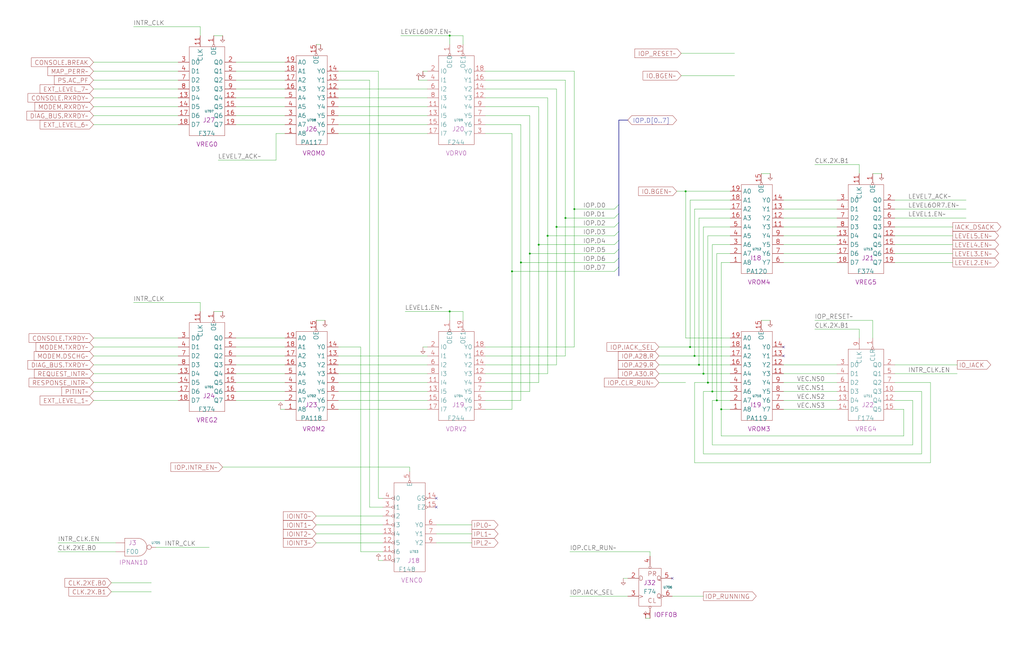
<source format=kicad_sch>
(kicad_sch (version 20230121) (generator eeschema)
  (paper "User" 584.2 378.46)
  (title_block (title "IOP\\nVECTOR GENERATION") (date "22-SEP-90") (rev "2.0") (comment 1 "IOC") (comment 2 "232-003061") (comment 3 "S400") (comment 4 "RELEASED"))
  (lib_symbols
    (symbol "r1000:F00" (pin_numbers hide) (pin_names hide)
      (property "Reference" "U" (at 15.24 0 0))
      (property "Value" "F00" (at 1.905 -5.08 0))
      (property "Location" "___" (at 1.905 0 0))
      (property "Name" "______" (at 2.54 -12.7 0))
      (symbol "F00_0_1"
        (polyline (pts (xy -2.54 -7.62) (xy 5.08 -7.62)) (stroke (width 0.1524)))
        (polyline (pts (xy -2.54 2.54) (xy -2.54 -7.62)) (stroke (width 0.1524)))
        (polyline (pts (xy -2.54 2.54) (xy 5.08 2.54)) (stroke (width 0.1524)))
        (arc (start 5.08 -7.62) (mid 10.1282 -2.54) (end 5.08 2.54) (stroke (width 0.1524)))
        (circle (center 11.43 -2.54) (radius 1.27) (stroke (width 0.1524)))
      )
      (symbol "F00_0_2"
        (circle (center -3.81 -5.08) (radius 1.27) (stroke (width 0.1524)))
        (circle (center -3.81 0) (radius 1.27) (stroke (width 0.1524)))
        (arc (start -3.175 -7.62) (mid -2.134 -2.54) (end -3.175 2.54) (stroke (width 0.1524)))
        (polyline (pts (xy -3.175 -7.62) (xy 3.81 -7.62)) (stroke (width 0.1524)))
        (polyline (pts (xy -3.175 2.54) (xy 3.81 2.54)) (stroke (width 0.1524)))
        (arc (start 3.81 -7.62) (mid 7.5855 -5.8306) (end 10.16 -2.54) (stroke (width 0.1524)))
        (arc (start 10.16 -2.54) (mid 7.5827 0.7471) (end 3.81 2.54) (stroke (width 0.1524)))
      )
      (symbol "F00_1_1"
        (pin input line (at -7.62 0 0) (length 5.08) (name "D0") (number "1"))
        (pin input line (at -7.62 -5.08 0) (length 5.08) (name "D1") (number "2"))
        (pin output line (at 15.24 -2.54 180) (length 2.54) (name "Q") (number "3"))
      )
      (symbol "F00_1_2"
        (pin input line (at -7.62 0 0) (length 2.54) (name "D0") (number "1"))
        (pin input line (at -7.62 -5.08 0) (length 2.54) (name "D1") (number "2"))
        (pin output line (at 15.24 -2.54 180) (length 5.08) (name "Q") (number "3"))
      )
    )
    (symbol "r1000:F148" (pin_names (offset 1.016))
      (property "Reference" "U" (at 2.54 5.08 0))
      (property "Value" "F148" (at -6.35 -5.08 0))
      (property "Location" "___" (at -1.27 0 0))
      (property "Name" "______" (at 1.27 -12.7 0))
      (symbol "F148_1_1"
        (circle (center -9.525 0) (radius 0.635))
        (circle (center -9.525 5.08) (radius 0.635))
        (circle (center -9.525 10.16) (radius 0.635))
        (circle (center -9.525 15.24) (radius 0.635))
        (circle (center -9.525 20.32) (radius 0.635))
        (circle (center -9.525 25.4) (radius 0.635))
        (circle (center -9.525 30.48) (radius 0.635))
        (circle (center -9.525 35.56) (radius 0.635))
        (rectangle (start -8.89 44.45) (end 8.89 -6.35))
        (circle (center 0 45.085) (radius 0.635))
        (circle (center 9.525 30.48) (radius 0.635))
        (circle (center 9.525 35.56) (radius 0.635))
        (pin input line (at -15.24 20.32 0) (length 5.08) (name "I3") (number "1"))
        (pin input line (at -15.24 0 0) (length 5.08) (name "I7") (number "10"))
        (pin input line (at -15.24 5.08 0) (length 5.08) (name "I6") (number "11"))
        (pin input line (at -15.24 10.16 0) (length 5.08) (name "I5") (number "12"))
        (pin input line (at -15.24 15.24 0) (length 5.08) (name "I4") (number "13"))
        (pin output line (at 15.24 35.56 180) (length 5.08) (name "GS") (number "14"))
        (pin output line (at 15.24 30.48 180) (length 5.08) (name "EZ") (number "15"))
        (pin input line (at -15.24 25.4 0) (length 5.08) (name "I2") (number "2"))
        (pin input line (at -15.24 30.48 0) (length 5.08) (name "I1") (number "3"))
        (pin input line (at -15.24 35.56 0) (length 5.08) (name "I0") (number "4"))
        (pin input line (at 0 50.8 270) (length 5.08) (name "E") (number "5"))
        (pin output line (at 15.24 20.32 180) (length 6.35) (name "Y0") (number "6"))
        (pin output line (at 15.24 15.24 180) (length 6.35) (name "Y1") (number "7"))
        (pin output line (at 15.24 10.16 180) (length 6.35) (name "Y2") (number "9"))
      )
    )
    (symbol "r1000:F174" (pin_names (offset 1.016))
      (property "Reference" "U" (at 2.54 5.08 0))
      (property "Value" "F174" (at -3.81 -7.62 0))
      (property "Location" "___" (at -1.27 0 0))
      (property "Name" "______" (at 1.27 -15.24 0))
      (symbol "F174_1_1"
        (rectangle (start -8.89 31.75) (end 11.43 -8.89))
        (circle (center 5.08 32.385) (radius 0.635))
        (pin input line (at 5.08 38.1 270) (length 5.08) (name "CLR") (number "1"))
        (pin output line (at 17.78 7.62 180) (length 6.35) (name "Q3") (number "10"))
        (pin input line (at -15.24 7.62 0) (length 6.35) (name "D3") (number "11"))
        (pin output line (at 17.78 2.54 180) (length 6.35) (name "Q4") (number "12"))
        (pin input line (at -15.24 2.54 0) (length 6.35) (name "D4") (number "13"))
        (pin input line (at -15.24 -2.54 0) (length 6.35) (name "D5") (number "14"))
        (pin output line (at 17.78 -2.54 180) (length 6.35) (name "Q5") (number "15"))
        (pin output line (at 17.78 22.86 180) (length 6.35) (name "Q0") (number "2"))
        (pin input line (at -15.24 22.86 0) (length 6.35) (name "D0") (number "3"))
        (pin input line (at -15.24 17.78 0) (length 6.35) (name "D1") (number "4"))
        (pin output line (at 17.78 17.78 180) (length 6.35) (name "Q1") (number "5"))
        (pin input line (at -15.24 12.7 0) (length 6.35) (name "D2") (number "6"))
        (pin output line (at 17.78 12.7 180) (length 6.35) (name "Q2") (number "7"))
        (pin input line (at -2.54 38.1 270) (length 6.35) (name "CLK") (number "9"))
      )
    )
    (symbol "r1000:F244" (pin_names (offset 1.016))
      (property "Reference" "U" (at 2.54 5.08 0))
      (property "Value" "F244" (at -3.81 -7.62 0))
      (property "Location" "___" (at -1.27 0 0))
      (property "Name" "______" (at 1.27 -15.24 0))
      (symbol "F244_1_1"
        (rectangle (start -8.89 41.91) (end 11.43 -8.89))
        (circle (center -2.54 42.545) (radius 0.635))
        (circle (center 5.08 42.545) (radius 0.635))
        (pin input line (at -2.54 48.26 270) (length 5.08) (name "OE0") (number "1"))
        (pin input line (at -15.24 12.7 0) (length 6.35) (name "I4") (number "11"))
        (pin tri_state line (at 17.78 17.78 180) (length 6.35) (name "Y3") (number "12"))
        (pin input line (at -15.24 7.62 0) (length 6.35) (name "I5") (number "13"))
        (pin tri_state line (at 17.78 22.86 180) (length 6.35) (name "Y2") (number "14"))
        (pin input line (at -15.24 2.54 0) (length 6.35) (name "I6") (number "15"))
        (pin tri_state line (at 17.78 27.94 180) (length 6.35) (name "Y1") (number "16"))
        (pin input line (at -15.24 -2.54 0) (length 6.35) (name "I7") (number "17"))
        (pin tri_state line (at 17.78 33.02 180) (length 6.35) (name "Y0") (number "18"))
        (pin input line (at 5.08 48.26 270) (length 5.08) (name "OE1") (number "19"))
        (pin input line (at -15.24 33.02 0) (length 6.35) (name "I0") (number "2"))
        (pin tri_state line (at 17.78 -2.54 180) (length 6.35) (name "Y7") (number "3"))
        (pin input line (at -15.24 27.94 0) (length 6.35) (name "I1") (number "4"))
        (pin tri_state line (at 17.78 2.54 180) (length 6.35) (name "Y6") (number "5"))
        (pin input line (at -15.24 22.86 0) (length 6.35) (name "I2") (number "6"))
        (pin tri_state line (at 17.78 7.62 180) (length 6.35) (name "Y5") (number "7"))
        (pin input line (at -15.24 17.78 0) (length 6.35) (name "I3") (number "8"))
        (pin tri_state line (at 17.78 12.7 180) (length 6.35) (name "Y4") (number "9"))
      )
    )
    (symbol "r1000:F374" (pin_names (offset 1.016))
      (property "Reference" "U" (at 2.54 5.08 0))
      (property "Value" "F374" (at -3.81 -7.62 0))
      (property "Location" "___" (at -1.27 0 0))
      (property "Name" "______" (at 1.27 -15.24 0))
      (symbol "F374_1_1"
        (rectangle (start -8.89 41.91) (end 11.43 -8.89))
        (circle (center 5.08 42.545) (radius 0.635))
        (pin input line (at 5.08 48.26 270) (length 5.08) (name "OE") (number "1"))
        (pin input line (at -2.54 48.26 270) (length 6.35) (name "CLK") (number "11"))
        (pin tri_state line (at 17.78 12.7 180) (length 6.35) (name "Q4") (number "12"))
        (pin input line (at -15.24 12.7 0) (length 6.35) (name "D4") (number "13"))
        (pin input line (at -15.24 7.62 0) (length 6.35) (name "D5") (number "14"))
        (pin tri_state line (at 17.78 7.62 180) (length 6.35) (name "Q5") (number "15"))
        (pin tri_state line (at 17.78 2.54 180) (length 6.35) (name "Q6") (number "16"))
        (pin input line (at -15.24 2.54 0) (length 6.35) (name "D6") (number "17"))
        (pin input line (at -15.24 -2.54 0) (length 6.35) (name "D7") (number "18"))
        (pin tri_state line (at 17.78 -2.54 180) (length 6.35) (name "Q7") (number "19"))
        (pin tri_state line (at 17.78 33.02 180) (length 6.35) (name "Q0") (number "2"))
        (pin input line (at -15.24 33.02 0) (length 6.35) (name "D0") (number "3"))
        (pin input line (at -15.24 27.94 0) (length 6.35) (name "D1") (number "4"))
        (pin tri_state line (at 17.78 27.94 180) (length 6.35) (name "Q1") (number "5"))
        (pin tri_state line (at 17.78 22.86 180) (length 6.35) (name "Q2") (number "6"))
        (pin input line (at -15.24 22.86 0) (length 6.35) (name "D2") (number "7"))
        (pin input line (at -15.24 17.78 0) (length 6.35) (name "D3") (number "8"))
        (pin tri_state line (at 17.78 17.78 180) (length 6.35) (name "Q3") (number "9"))
      )
    )
    (symbol "r1000:F74" (pin_names (offset 1.016) hide)
      (property "Reference" "U" (at 12.7 -2.54 0))
      (property "Value" "F74" (at -1.27 -5.08 0))
      (property "Location" "___" (at -1.27 0 0))
      (property "Name" "______" (at 11.43 -19.685 0))
      (symbol "F74_0_1"
        (rectangle (start -3.81 8.255) (end 8.89 -13.335) (stroke (width 0.1524)))
        (polyline (pts (xy 2.54 -15.24) (xy 2.54 -14.605)) (stroke (width 0.1524)))
        (polyline (pts (xy 2.54 10.16) (xy 2.54 9.525)) (stroke (width 0.1524)))
      )
      (symbol "F74_1_1"
        (circle (center 2.54 -13.97) (radius 0.635))
        (circle (center 2.54 8.89) (radius 0.635))
        (circle (center 9.525 -7.62) (radius 0.635))
        (text ">" (at -2.54 -7.62 0) (effects (font (size 2.54 2.54))))
        (text "C" (at 2.54 -10.16 0) (effects (font (size 2.54 2.54))))
        (text "D" (at -2.54 2.54 0) (effects (font (size 2.54 2.54))))
        (text "L" (at 5.08 -10.16 0) (effects (font (size 2.54 2.54))))
        (text "P" (at 2.54 5.08 0) (effects (font (size 2.54 2.54))))
        (text "Q" (at 7.62 -7.62 0) (effects (font (size 2.54 2.54))))
        (text "Q" (at 7.62 2.54 0) (effects (font (size 2.54 2.54))))
        (text "R" (at 5.08 5.08 0) (effects (font (size 2.54 2.54))))
        (pin input line (at 2.54 -20.32 90) (length 5.08) (name "CL_") (number "1"))
        (pin input line (at -10.16 2.54 0) (length 6.35) (name "D") (number "2"))
        (pin input line (at -10.16 -7.62 0) (length 6.35) (name "CLK") (number "3"))
        (pin input line (at 2.54 15.24 270) (length 5.08) (name "PR_") (number "4"))
        (pin output line (at 15.24 2.54 180) (length 6.35) (name "Q") (number "5"))
        (pin output line (at 15.24 -7.62 180) (length 5.08) (name "Q_") (number "6"))
      )
    )
    (symbol "r1000:PAxxx" (pin_names (offset 1.016))
      (property "Reference" "U" (at 2.54 5.08 0))
      (property "Value" "PAxxx" (at -3.81 -7.62 0))
      (property "Location" "___" (at -1.27 0 0))
      (property "Name" "______" (at 3.81 -15.24 0))
      (symbol "PAxxx_1_1"
        (rectangle (start -6.35 41.91) (end 11.43 -8.89))
        (circle (center 5.08 42.545) (radius 0.635))
        (pin input line (at -12.7 -2.54 0) (length 6.35) (name "A8") (number "1"))
        (pin tri_state line (at 17.78 17.78 180) (length 6.35) (name "Y3") (number "11"))
        (pin tri_state line (at 17.78 22.86 180) (length 6.35) (name "Y2") (number "12"))
        (pin tri_state line (at 17.78 27.94 180) (length 6.35) (name "Y1") (number "13"))
        (pin tri_state line (at 17.78 33.02 180) (length 6.35) (name "Y0") (number "14"))
        (pin input line (at 5.08 48.26 270) (length 5.08) (name "OE") (number "15"))
        (pin input line (at -12.7 22.86 0) (length 6.35) (name "A3") (number "16"))
        (pin input line (at -12.7 27.94 0) (length 6.35) (name "A2") (number "17"))
        (pin input line (at -12.7 33.02 0) (length 6.35) (name "A1") (number "18"))
        (pin input line (at -12.7 38.1 0) (length 6.35) (name "A0") (number "19"))
        (pin input line (at -12.7 2.54 0) (length 6.35) (name "A7") (number "2"))
        (pin input line (at -12.7 7.62 0) (length 6.35) (name "A6") (number "3"))
        (pin input line (at -12.7 12.7 0) (length 6.35) (name "A5") (number "4"))
        (pin input line (at -12.7 17.78 0) (length 6.35) (name "A4") (number "5"))
        (pin tri_state line (at 17.78 -2.54 180) (length 6.35) (name "Y7") (number "6"))
        (pin tri_state line (at 17.78 2.54 180) (length 6.35) (name "Y6") (number "7"))
        (pin tri_state line (at 17.78 7.62 180) (length 6.35) (name "Y5") (number "8"))
        (pin tri_state line (at 17.78 12.7 180) (length 6.35) (name "Y4") (number "9"))
      )
    )
    (symbol "r1000:PD" (power) (pin_numbers hide) (pin_names hide) (in_bom no)
      (symbol "PD_0_1"
        (polyline (pts (xy 0 -2.54) (xy 1.27 -2.54) (xy 0 -3.81) (xy -1.27 -2.54) (xy 0 -2.54)) (stroke (width 0.1524)))
      )
      (symbol "PD_1_1"
        (pin power_in line (at 0 0 270) (length 2.54) (name "PD") (number "1"))
      )
    )
    (symbol "r1000:PU" (power) (pin_numbers hide) (pin_names hide)
      (symbol "PU_0_1"
        (polyline (pts (xy 0 2.54) (xy -1.27 2.54) (xy 0 3.81) (xy 1.27 2.54) (xy 0 2.54)) (stroke (width 0.1524)))
      )
      (symbol "PU_1_1"
        (pin power_in line (at 0 0 90) (length 2.54) (name "PU") (number "1"))
      )
    )
  )
  (junction (at 256.54 177.8))
  (junction (at 396.24 203.2))
  (junction (at 401.32 213.36))
  (junction (at 297.18 149.86))
  (junction (at 322.58 124.46))
  (junction (at 403.86 218.44))
  (junction (at 307.34 139.7))
  (junction (at 406.4 223.52))
  (junction (at 398.78 208.28))
  (junction (at 302.26 144.78))
  (junction (at 327.66 119.38))
  (junction (at 408.94 228.6))
  (junction (at 256.54 20.32))
  (junction (at 411.48 233.68))
  (junction (at 317.5 129.54))
  (junction (at 391.16 109.22))
  (junction (at 312.42 134.62))
  (junction (at 292.1 154.94))
  (junction (at 393.7 198.12))
  (no_connect (at 447.04 198.12))
  (no_connect (at 248.92 284.48))
  (no_connect (at 248.92 289.56))
  (no_connect (at 447.04 203.2))
  (no_connect (at 383.54 330.2))
  (bus_entry (at 353.06 147.32) (size -2.54 2.54))
  (bus_entry (at 353.06 116.84) (size -2.54 2.54))
  (bus_entry (at 353.06 142.24) (size -2.54 2.54))
  (bus_entry (at 353.06 127) (size -2.54 2.54))
  (bus_entry (at 353.06 121.92) (size -2.54 2.54))
  (bus_entry (at 353.06 132.08) (size -2.54 2.54))
  (bus_entry (at 353.06 137.16) (size -2.54 2.54))
  (bus_entry (at 353.06 152.4) (size -2.54 2.54))
  (wire (pts (xy 510.54 124.46) (xy 551.18 124.46)))
  (wire (pts (xy 447.04 139.7) (xy 477.52 139.7)))
  (wire (pts (xy 406.4 254) (xy 406.4 228.6)))
  (wire (pts (xy 33.02 314.96) (xy 66.04 314.96)))
  (bus (pts (xy 353.06 142.24) (xy 353.06 147.32)))
  (wire (pts (xy 510.54 213.36) (xy 546.1 213.36)))
  (wire (pts (xy 256.54 177.8) (xy 256.54 182.88)))
  (wire (pts (xy 134.62 66.04) (xy 162.56 66.04)))
  (wire (pts (xy 510.54 134.62) (xy 543.56 134.62)))
  (wire (pts (xy 447.04 149.86) (xy 477.52 149.86)))
  (wire (pts (xy 210.82 289.56) (xy 218.44 289.56)))
  (wire (pts (xy 510.54 114.3) (xy 551.18 114.3)))
  (wire (pts (xy 510.54 129.54) (xy 543.56 129.54)))
  (wire (pts (xy 193.04 45.72) (xy 210.82 45.72)))
  (wire (pts (xy 317.5 208.28) (xy 317.5 129.54)))
  (wire (pts (xy 327.66 198.12) (xy 327.66 119.38)))
  (wire (pts (xy 434.34 182.88) (xy 439.42 182.88)))
  (bus (pts (xy 353.06 121.92) (xy 353.06 127)))
  (wire (pts (xy 447.04 233.68) (xy 477.52 233.68)))
  (wire (pts (xy 134.62 223.52) (xy 162.56 223.52)))
  (wire (pts (xy 391.16 109.22) (xy 416.56 109.22)))
  (wire (pts (xy 375.92 218.44) (xy 391.16 218.44)))
  (wire (pts (xy 388.62 43.18) (xy 419.1 43.18)))
  (wire (pts (xy 396.24 119.38) (xy 396.24 203.2)))
  (wire (pts (xy 53.34 193.04) (xy 101.6 193.04)))
  (wire (pts (xy 297.18 228.6) (xy 297.18 149.86)))
  (wire (pts (xy 447.04 218.44) (xy 477.52 218.44)))
  (wire (pts (xy 248.92 299.72) (xy 269.24 299.72)))
  (wire (pts (xy 327.66 40.64) (xy 327.66 119.38)))
  (wire (pts (xy 510.54 149.86) (xy 543.56 149.86)))
  (wire (pts (xy 180.34 294.64) (xy 218.44 294.64)))
  (wire (pts (xy 231.14 177.8) (xy 256.54 177.8)))
  (wire (pts (xy 53.34 66.04) (xy 101.6 66.04)))
  (wire (pts (xy 76.2 15.24) (xy 114.3 15.24)))
  (wire (pts (xy 88.9 312.42) (xy 119.38 312.42)))
  (wire (pts (xy 53.34 50.8) (xy 101.6 50.8)))
  (wire (pts (xy 447.04 114.3) (xy 477.52 114.3)))
  (wire (pts (xy 350.52 144.78) (xy 302.26 144.78)))
  (wire (pts (xy 193.04 228.6) (xy 243.84 228.6)))
  (wire (pts (xy 134.62 55.88) (xy 162.56 55.88)))
  (wire (pts (xy 193.04 203.2) (xy 243.84 203.2)))
  (wire (pts (xy 391.16 109.22) (xy 391.16 193.04)))
  (wire (pts (xy 134.62 213.36) (xy 162.56 213.36)))
  (wire (pts (xy 408.94 144.78) (xy 416.56 144.78)))
  (wire (pts (xy 297.18 71.12) (xy 297.18 149.86)))
  (wire (pts (xy 193.04 66.04) (xy 243.84 66.04)))
  (wire (pts (xy 355.6 330.2) (xy 358.14 330.2)))
  (wire (pts (xy 307.34 60.96) (xy 307.34 139.7)))
  (wire (pts (xy 447.04 129.54) (xy 477.52 129.54)))
  (bus (pts (xy 353.06 137.16) (xy 353.06 142.24)))
  (wire (pts (xy 53.34 40.64) (xy 101.6 40.64)))
  (wire (pts (xy 53.34 198.12) (xy 101.6 198.12)))
  (wire (pts (xy 276.86 218.44) (xy 307.34 218.44)))
  (wire (pts (xy 312.42 134.62) (xy 312.42 55.88)))
  (bus (pts (xy 353.06 132.08) (xy 353.06 137.16)))
  (wire (pts (xy 464.82 93.98) (xy 490.22 93.98)))
  (wire (pts (xy 157.48 91.44) (xy 157.48 76.2)))
  (wire (pts (xy 76.2 172.72) (xy 114.3 172.72)))
  (wire (pts (xy 180.34 25.4) (xy 182.88 25.4)))
  (wire (pts (xy 530.86 264.16) (xy 396.24 264.16)))
  (wire (pts (xy 447.04 213.36) (xy 477.52 213.36)))
  (wire (pts (xy 134.62 71.12) (xy 162.56 71.12)))
  (wire (pts (xy 383.54 340.36) (xy 401.32 340.36)))
  (wire (pts (xy 302.26 144.78) (xy 302.26 223.52)))
  (wire (pts (xy 121.92 20.32) (xy 127 20.32)))
  (wire (pts (xy 276.86 55.88) (xy 312.42 55.88)))
  (wire (pts (xy 276.86 208.28) (xy 317.5 208.28)))
  (wire (pts (xy 256.54 20.32) (xy 264.16 20.32)))
  (bus (pts (xy 353.06 68.58) (xy 358.14 68.58)))
  (wire (pts (xy 193.04 55.88) (xy 243.84 55.88)))
  (wire (pts (xy 193.04 233.68) (xy 243.84 233.68)))
  (wire (pts (xy 276.86 50.8) (xy 317.5 50.8)))
  (wire (pts (xy 447.04 208.28) (xy 477.52 208.28)))
  (wire (pts (xy 193.04 50.8) (xy 243.84 50.8)))
  (wire (pts (xy 398.78 124.46) (xy 416.56 124.46)))
  (wire (pts (xy 264.16 177.8) (xy 264.16 182.88)))
  (wire (pts (xy 403.86 218.44) (xy 416.56 218.44)))
  (wire (pts (xy 403.86 218.44) (xy 403.86 134.62)))
  (wire (pts (xy 53.34 35.56) (xy 101.6 35.56)))
  (wire (pts (xy 63.5 332.74) (xy 86.36 332.74)))
  (wire (pts (xy 411.48 248.92) (xy 411.48 233.68)))
  (wire (pts (xy 416.56 114.3) (xy 393.7 114.3)))
  (bus (pts (xy 353.06 68.58) (xy 353.06 116.84)))
  (wire (pts (xy 447.04 144.78) (xy 477.52 144.78)))
  (wire (pts (xy 180.34 182.88) (xy 185.42 182.88)))
  (wire (pts (xy 276.86 60.96) (xy 307.34 60.96)))
  (wire (pts (xy 510.54 119.38) (xy 551.18 119.38)))
  (wire (pts (xy 401.32 129.54) (xy 401.32 213.36)))
  (wire (pts (xy 134.62 35.56) (xy 162.56 35.56)))
  (wire (pts (xy 510.54 223.52) (xy 525.78 223.52)))
  (wire (pts (xy 350.52 134.62) (xy 312.42 134.62)))
  (wire (pts (xy 307.34 218.44) (xy 307.34 139.7)))
  (wire (pts (xy 322.58 45.72) (xy 276.86 45.72)))
  (wire (pts (xy 63.5 337.82) (xy 86.36 337.82)))
  (wire (pts (xy 233.68 266.7) (xy 233.68 269.24)))
  (wire (pts (xy 322.58 124.46) (xy 322.58 203.2)))
  (wire (pts (xy 134.62 203.2) (xy 162.56 203.2)))
  (wire (pts (xy 375.92 208.28) (xy 398.78 208.28)))
  (wire (pts (xy 396.24 218.44) (xy 403.86 218.44)))
  (wire (pts (xy 447.04 124.46) (xy 477.52 124.46)))
  (wire (pts (xy 350.52 124.46) (xy 322.58 124.46)))
  (wire (pts (xy 297.18 149.86) (xy 350.52 149.86)))
  (wire (pts (xy 180.34 309.88) (xy 218.44 309.88)))
  (wire (pts (xy 292.1 233.68) (xy 276.86 233.68)))
  (wire (pts (xy 248.92 304.8) (xy 269.24 304.8)))
  (wire (pts (xy 53.34 203.2) (xy 101.6 203.2)))
  (wire (pts (xy 121.92 177.8) (xy 127 177.8)))
  (wire (pts (xy 134.62 218.44) (xy 162.56 218.44)))
  (wire (pts (xy 520.7 254) (xy 406.4 254)))
  (wire (pts (xy 127 266.7) (xy 233.68 266.7)))
  (wire (pts (xy 398.78 208.28) (xy 416.56 208.28)))
  (wire (pts (xy 312.42 134.62) (xy 312.42 213.36)))
  (wire (pts (xy 396.24 264.16) (xy 396.24 218.44)))
  (wire (pts (xy 317.5 129.54) (xy 350.52 129.54)))
  (wire (pts (xy 134.62 40.64) (xy 162.56 40.64)))
  (wire (pts (xy 205.74 198.12) (xy 205.74 314.96)))
  (wire (pts (xy 53.34 55.88) (xy 101.6 55.88)))
  (wire (pts (xy 317.5 50.8) (xy 317.5 129.54)))
  (wire (pts (xy 302.26 66.04) (xy 276.86 66.04)))
  (wire (pts (xy 180.34 304.8) (xy 218.44 304.8)))
  (wire (pts (xy 411.48 233.68) (xy 416.56 233.68)))
  (wire (pts (xy 134.62 198.12) (xy 162.56 198.12)))
  (wire (pts (xy 292.1 76.2) (xy 276.86 76.2)))
  (wire (pts (xy 403.86 134.62) (xy 416.56 134.62)))
  (wire (pts (xy 302.26 223.52) (xy 276.86 223.52)))
  (wire (pts (xy 241.3 198.12) (xy 243.84 198.12)))
  (wire (pts (xy 215.9 320.04) (xy 218.44 320.04)))
  (wire (pts (xy 401.32 213.36) (xy 416.56 213.36)))
  (wire (pts (xy 193.04 198.12) (xy 205.74 198.12)))
  (wire (pts (xy 53.34 228.6) (xy 101.6 228.6)))
  (wire (pts (xy 525.78 223.52) (xy 525.78 259.08)))
  (wire (pts (xy 53.34 223.52) (xy 101.6 223.52)))
  (wire (pts (xy 398.78 208.28) (xy 398.78 124.46)))
  (wire (pts (xy 325.12 340.36) (xy 358.14 340.36)))
  (wire (pts (xy 325.12 314.96) (xy 370.84 314.96)))
  (wire (pts (xy 515.62 248.92) (xy 411.48 248.92)))
  (wire (pts (xy 447.04 223.52) (xy 477.52 223.52)))
  (wire (pts (xy 510.54 228.6) (xy 520.7 228.6)))
  (wire (pts (xy 193.04 208.28) (xy 243.84 208.28)))
  (wire (pts (xy 241.3 40.64) (xy 243.84 40.64)))
  (wire (pts (xy 510.54 144.78) (xy 543.56 144.78)))
  (wire (pts (xy 490.22 93.98) (xy 490.22 99.06)))
  (wire (pts (xy 411.48 149.86) (xy 411.48 233.68)))
  (wire (pts (xy 406.4 228.6) (xy 408.94 228.6)))
  (wire (pts (xy 370.84 314.96) (xy 370.84 317.5)))
  (wire (pts (xy 264.16 20.32) (xy 264.16 25.4)))
  (wire (pts (xy 416.56 139.7) (xy 406.4 139.7)))
  (wire (pts (xy 312.42 213.36) (xy 276.86 213.36)))
  (wire (pts (xy 396.24 203.2) (xy 416.56 203.2)))
  (wire (pts (xy 408.94 228.6) (xy 416.56 228.6)))
  (wire (pts (xy 302.26 144.78) (xy 302.26 66.04)))
  (wire (pts (xy 408.94 228.6) (xy 408.94 144.78)))
  (wire (pts (xy 393.7 114.3) (xy 393.7 198.12)))
  (wire (pts (xy 515.62 233.68) (xy 515.62 248.92)))
  (bus (pts (xy 353.06 152.4) (xy 353.06 157.48)))
  (wire (pts (xy 416.56 149.86) (xy 411.48 149.86)))
  (wire (pts (xy 193.04 71.12) (xy 243.84 71.12)))
  (wire (pts (xy 322.58 203.2) (xy 276.86 203.2)))
  (wire (pts (xy 193.04 213.36) (xy 243.84 213.36)))
  (wire (pts (xy 464.82 187.96) (xy 490.22 187.96)))
  (wire (pts (xy 53.34 71.12) (xy 101.6 71.12)))
  (wire (pts (xy 193.04 76.2) (xy 243.84 76.2)))
  (wire (pts (xy 510.54 139.7) (xy 543.56 139.7)))
  (wire (pts (xy 391.16 193.04) (xy 416.56 193.04)))
  (wire (pts (xy 307.34 139.7) (xy 350.52 139.7)))
  (wire (pts (xy 350.52 154.94) (xy 292.1 154.94)))
  (wire (pts (xy 434.34 99.06) (xy 439.42 99.06)))
  (wire (pts (xy 276.86 71.12) (xy 297.18 71.12)))
  (wire (pts (xy 525.78 259.08) (xy 401.32 259.08)))
  (wire (pts (xy 292.1 154.94) (xy 292.1 76.2)))
  (wire (pts (xy 388.62 30.48) (xy 419.1 30.48)))
  (wire (pts (xy 416.56 119.38) (xy 396.24 119.38)))
  (wire (pts (xy 375.92 213.36) (xy 401.32 213.36)))
  (wire (pts (xy 134.62 45.72) (xy 162.56 45.72)))
  (wire (pts (xy 180.34 299.72) (xy 218.44 299.72)))
  (wire (pts (xy 114.3 172.72) (xy 114.3 177.8)))
  (wire (pts (xy 393.7 198.12) (xy 416.56 198.12)))
  (wire (pts (xy 447.04 134.62) (xy 477.52 134.62)))
  (wire (pts (xy 276.86 198.12) (xy 327.66 198.12)))
  (wire (pts (xy 401.32 259.08) (xy 401.32 223.52)))
  (wire (pts (xy 134.62 228.6) (xy 162.56 228.6)))
  (wire (pts (xy 210.82 45.72) (xy 210.82 289.56)))
  (wire (pts (xy 375.92 198.12) (xy 393.7 198.12)))
  (wire (pts (xy 510.54 208.28) (xy 546.1 208.28)))
  (wire (pts (xy 406.4 139.7) (xy 406.4 223.52)))
  (wire (pts (xy 228.6 20.32) (xy 256.54 20.32)))
  (wire (pts (xy 53.34 45.72) (xy 101.6 45.72)))
  (wire (pts (xy 53.34 213.36) (xy 101.6 213.36)))
  (wire (pts (xy 401.32 223.52) (xy 406.4 223.52)))
  (wire (pts (xy 520.7 228.6) (xy 520.7 254)))
  (wire (pts (xy 215.9 40.64) (xy 215.9 284.48)))
  (wire (pts (xy 33.02 309.88) (xy 66.04 309.88)))
  (wire (pts (xy 53.34 208.28) (xy 101.6 208.28)))
  (wire (pts (xy 256.54 20.32) (xy 256.54 25.4)))
  (bus (pts (xy 353.06 116.84) (xy 353.06 121.92)))
  (wire (pts (xy 157.48 76.2) (xy 162.56 76.2)))
  (bus (pts (xy 353.06 127) (xy 353.06 132.08)))
  (wire (pts (xy 53.34 218.44) (xy 101.6 218.44)))
  (wire (pts (xy 497.84 99.06) (xy 502.92 99.06)))
  (wire (pts (xy 193.04 40.64) (xy 215.9 40.64)))
  (wire (pts (xy 497.84 182.88) (xy 497.84 193.04)))
  (wire (pts (xy 193.04 218.44) (xy 243.84 218.44)))
  (wire (pts (xy 193.04 223.52) (xy 243.84 223.52)))
  (wire (pts (xy 134.62 60.96) (xy 162.56 60.96)))
  (wire (pts (xy 215.9 284.48) (xy 218.44 284.48)))
  (wire (pts (xy 510.54 218.44) (xy 530.86 218.44)))
  (wire (pts (xy 447.04 228.6) (xy 477.52 228.6)))
  (wire (pts (xy 292.1 154.94) (xy 292.1 233.68)))
  (wire (pts (xy 193.04 60.96) (xy 243.84 60.96)))
  (wire (pts (xy 530.86 218.44) (xy 530.86 264.16)))
  (wire (pts (xy 276.86 40.64) (xy 327.66 40.64)))
  (wire (pts (xy 124.46 91.44) (xy 157.48 91.44)))
  (wire (pts (xy 53.34 60.96) (xy 101.6 60.96)))
  (wire (pts (xy 447.04 119.38) (xy 477.52 119.38)))
  (wire (pts (xy 386.08 109.22) (xy 391.16 109.22)))
  (wire (pts (xy 406.4 223.52) (xy 416.56 223.52)))
  (wire (pts (xy 276.86 228.6) (xy 297.18 228.6)))
  (wire (pts (xy 134.62 193.04) (xy 162.56 193.04)))
  (wire (pts (xy 205.74 314.96) (xy 218.44 314.96)))
  (wire (pts (xy 368.3 353.06) (xy 370.84 353.06)))
  (wire (pts (xy 327.66 119.38) (xy 350.52 119.38)))
  (wire (pts (xy 322.58 124.46) (xy 322.58 45.72)))
  (wire (pts (xy 248.92 309.88) (xy 269.24 309.88)))
  (wire (pts (xy 134.62 50.8) (xy 162.56 50.8)))
  (wire (pts (xy 510.54 233.68) (xy 515.62 233.68)))
  (wire (pts (xy 160.02 233.68) (xy 162.56 233.68)))
  (wire (pts (xy 114.3 15.24) (xy 114.3 20.32)))
  (wire (pts (xy 238.76 45.72) (xy 243.84 45.72)))
  (wire (pts (xy 256.54 177.8) (xy 264.16 177.8)))
  (wire (pts (xy 416.56 129.54) (xy 401.32 129.54)))
  (wire (pts (xy 134.62 208.28) (xy 162.56 208.28)))
  (wire (pts (xy 490.22 187.96) (xy 490.22 193.04)))
  (wire (pts (xy 464.82 182.88) (xy 497.84 182.88)))
  (bus (pts (xy 353.06 147.32) (xy 353.06 152.4)))
  (wire (pts (xy 375.92 203.2) (xy 396.24 203.2)))
  (label "VEC.NS2" (at 454.66 228.6 0) (effects (font (size 2.54 2.54))))
  (label "INTR_CLK" (at 93.98 312.42 0) (effects (font (size 2.54 2.54))))
  (label "CLK.2X.B1" (at 464.82 93.98 0) (effects (font (size 2.54 2.54))))
  (label "IOP.D3" (at 332.74 134.62 0) (effects (font (size 2.54 2.54))))
  (label "INTR_CLK" (at 76.2 172.72 0) (effects (font (size 2.54 2.54))))
  (label "INTR_CLK" (at 76.2 15.24 0) (effects (font (size 2.54 2.54))))
  (label "LEVEL7_ACK~" (at 124.46 91.44 0) (effects (font (size 2.54 2.54))))
  (label "LEVEL1.EN~" (at 518.16 124.46 0) (effects (font (size 2.54 2.54))))
  (label "LEVEL6OR7.EN~" (at 518.16 119.38 0) (effects (font (size 2.54 2.54))))
  (label "VEC.NS1" (at 454.66 223.52 0) (effects (font (size 2.54 2.54))))
  (label "VEC.NS3" (at 454.66 233.68 0) (effects (font (size 2.54 2.54))))
  (label "IOP.D2" (at 332.74 129.54 0) (effects (font (size 2.54 2.54))))
  (label "IOP.IACK_SEL" (at 325.12 340.36 0) (effects (font (size 2.54 2.54))))
  (label "IOP_RESET~" (at 464.82 182.88 0) (effects (font (size 2.54 2.54))))
  (label "LEVEL7_ACK~" (at 518.16 114.3 0) (effects (font (size 2.54 2.54))))
  (label "IOP.D4" (at 332.74 139.7 0) (effects (font (size 2.54 2.54))))
  (label "INTR_CLK.EN" (at 33.02 309.88 0) (effects (font (size 2.54 2.54))))
  (label "LEVEL1.EN~" (at 231.14 177.8 0) (effects (font (size 2.54 2.54))))
  (label "INTR_CLK.EN" (at 518.16 213.36 0) (effects (font (size 2.54 2.54))))
  (label "LEVEL6OR7.EN~" (at 228.6 20.32 0) (effects (font (size 2.54 2.54))))
  (label "VEC.NS0" (at 454.66 218.44 0) (effects (font (size 2.54 2.54))))
  (label "CLK.2X.B1" (at 464.82 187.96 0) (effects (font (size 2.54 2.54))))
  (label "IOP.D7" (at 332.74 154.94 0) (effects (font (size 2.54 2.54))))
  (label "IOP.D0" (at 332.74 119.38 0) (effects (font (size 2.54 2.54))))
  (label "CLK.2XE.B0" (at 33.02 314.96 0) (effects (font (size 2.54 2.54))))
  (label "IOP.CLR_RUN~" (at 325.12 314.96 0) (effects (font (size 2.54 2.54))))
  (label "IOP.D5" (at 332.74 144.78 0) (effects (font (size 2.54 2.54))))
  (label "IOP.D6" (at 332.74 149.86 0) (effects (font (size 2.54 2.54))))
  (label "IOP.D1" (at 332.74 124.46 0) (effects (font (size 2.54 2.54))))
  (global_label "IPL0~" (shape output) (at 269.24 299.72 0) (effects (font (size 2.54 2.54))) (property "Intersheetrefs" "${INTERSHEET_REFS}" (at 284.486 299.5613 0) (effects (font (size 1.905 1.905)) (justify left))))
  (global_label "IPL1~" (shape output) (at 269.24 304.8 0) (effects (font (size 2.54 2.54))) (property "Intersheetrefs" "${INTERSHEET_REFS}" (at 284.486 304.6413 0) (effects (font (size 1.905 1.905)) (justify left))))
  (global_label "IOINT1~" (shape input) (at 180.34 299.72 180) (effects (font (size 2.54 2.54))) (property "Intersheetrefs" "${INTERSHEET_REFS}" (at 161.2235 299.5613 0) (effects (font (size 1.905 1.905)) (justify right))))
  (global_label "LEVEL4.EN~" (shape output) (at 543.56 139.7 0) (effects (font (size 2.54 2.54))) (property "Intersheetrefs" "${INTERSHEET_REFS}" (at 570.0546 139.5413 0) (effects (font (size 1.905 1.905)) (justify left))))
  (global_label "IOP.IACK_SEL" (shape input) (at 375.92 198.12 180) (effects (font (size 2.54 2.54))) (property "Intersheetrefs" "${INTERSHEET_REFS}" (at 345.9178 197.9613 0) (effects (font (size 1.905 1.905)) (justify right))))
  (global_label "RESPONSE_INTR~" (shape input) (at 53.34 218.44 180) (effects (font (size 2.54 2.54))) (property "Intersheetrefs" "${INTERSHEET_REFS}" (at 16.2016 218.2813 0) (effects (font (size 1.905 1.905)) (justify right))))
  (global_label "DIAG_BUS.RXRDY~" (shape input) (at 53.34 66.04 180) (effects (font (size 2.54 2.54))) (property "Intersheetrefs" "${INTERSHEET_REFS}" (at 14.8711 65.8813 0) (effects (font (size 1.905 1.905)) (justify right))))
  (global_label "CONSOLE.TXRDY~" (shape input) (at 53.34 193.04 180) (effects (font (size 2.54 2.54))) (property "Intersheetrefs" "${INTERSHEET_REFS}" (at 16.2016 192.8813 0) (effects (font (size 1.905 1.905)) (justify right))))
  (global_label "IOINT3~" (shape input) (at 180.34 309.88 180) (effects (font (size 2.54 2.54))) (property "Intersheetrefs" "${INTERSHEET_REFS}" (at 161.2235 309.7213 0) (effects (font (size 1.905 1.905)) (justify right))))
  (global_label "IO.BGEN~" (shape input) (at 388.62 43.18 180) (effects (font (size 2.54 2.54))) (property "Intersheetrefs" "${INTERSHEET_REFS}" (at 366.4797 43.0213 0) (effects (font (size 1.905 1.905)) (justify right))))
  (global_label "CLK.2X.B1" (shape input) (at 63.5 337.82 180) (effects (font (size 2.54 2.54))) (property "Intersheetrefs" "${INTERSHEET_REFS}" (at 38.9406 337.6613 0) (effects (font (size 1.905 1.905)) (justify right))))
  (global_label "PITINT~" (shape input) (at 53.34 223.52 180) (effects (font (size 2.54 2.54))) (property "Intersheetrefs" "${INTERSHEET_REFS}" (at 34.8282 223.3613 0) (effects (font (size 1.905 1.905)) (justify right))))
  (global_label "LEVEL3.EN~" (shape output) (at 543.56 144.78 0) (effects (font (size 2.54 2.54))) (property "Intersheetrefs" "${INTERSHEET_REFS}" (at 570.0546 144.6213 0) (effects (font (size 1.905 1.905)) (justify left))))
  (global_label "CLK.2XE.B0" (shape input) (at 63.5 332.74 180) (effects (font (size 2.54 2.54))) (property "Intersheetrefs" "${INTERSHEET_REFS}" (at 36.6425 332.5813 0) (effects (font (size 1.905 1.905)) (justify right))))
  (global_label "CONSOLE.BREAK" (shape input) (at 53.34 35.56 180) (effects (font (size 2.54 2.54))) (property "Intersheetrefs" "${INTERSHEET_REFS}" (at 17.532 35.4013 0) (effects (font (size 1.905 1.905)) (justify right))))
  (global_label "IOP_RUNNING" (shape output) (at 401.32 340.36 0) (effects (font (size 2.54 2.54))) (property "Intersheetrefs" "${INTERSHEET_REFS}" (at 431.806 340.2013 0) (effects (font (size 1.905 1.905)) (justify left))))
  (global_label "EXT_LEVEL_1~" (shape input) (at 53.34 228.6 180) (effects (font (size 2.54 2.54))) (property "Intersheetrefs" "${INTERSHEET_REFS}" (at 22.4911 228.4413 0) (effects (font (size 1.905 1.905)) (justify right))))
  (global_label "EXT_LEVEL_6~" (shape input) (at 53.34 71.12 180) (effects (font (size 2.54 2.54))) (property "Intersheetrefs" "${INTERSHEET_REFS}" (at 22.4911 70.9613 0) (effects (font (size 1.905 1.905)) (justify right))))
  (global_label "IPL2~" (shape output) (at 269.24 309.88 0) (effects (font (size 2.54 2.54))) (property "Intersheetrefs" "${INTERSHEET_REFS}" (at 284.486 309.7213 0) (effects (font (size 1.905 1.905)) (justify left))))
  (global_label "IOP.A29.R" (shape input) (at 375.92 208.28 180) (effects (font (size 2.54 2.54))) (property "Intersheetrefs" "${INTERSHEET_REFS}" (at 352.3282 208.1213 0) (effects (font (size 1.905 1.905)) (justify right))))
  (global_label "IOP.INTR_EN~" (shape input) (at 127 266.7 180) (effects (font (size 2.54 2.54))) (property "Intersheetrefs" "${INTERSHEET_REFS}" (at 97.1187 266.5413 0) (effects (font (size 1.905 1.905)) (justify right))))
  (global_label "PS.AC_PF" (shape input) (at 53.34 45.72 180) (effects (font (size 2.54 2.54))) (property "Intersheetrefs" "${INTERSHEET_REFS}" (at 30.5949 45.5613 0) (effects (font (size 1.905 1.905)) (justify right))))
  (global_label "LEVEL5.EN~" (shape output) (at 543.56 134.62 0) (effects (font (size 2.54 2.54))) (property "Intersheetrefs" "${INTERSHEET_REFS}" (at 570.0546 134.4613 0) (effects (font (size 1.905 1.905)) (justify left))))
  (global_label "IOP.A28.R" (shape input) (at 375.92 203.2 180) (effects (font (size 2.54 2.54))) (property "Intersheetrefs" "${INTERSHEET_REFS}" (at 352.3282 203.0413 0) (effects (font (size 1.905 1.905)) (justify right))))
  (global_label "IOP.D[0..7]" (shape bidirectional) (at 358.14 68.58 0) (effects (font (size 2.54 2.54))) (property "Intersheetrefs" "${INTERSHEET_REFS}" (at 384.1508 68.4213 0) (effects (font (size 1.905 1.905)) (justify left))))
  (global_label "IOP_RESET~" (shape input) (at 388.62 30.48 180) (effects (font (size 2.54 2.54))) (property "Intersheetrefs" "${INTERSHEET_REFS}" (at 361.7625 30.3213 0) (effects (font (size 1.905 1.905)) (justify right))))
  (global_label "LEVEL2.EN~" (shape output) (at 543.56 149.86 0) (effects (font (size 2.54 2.54))) (property "Intersheetrefs" "${INTERSHEET_REFS}" (at 570.0546 149.7013 0) (effects (font (size 1.905 1.905)) (justify left))))
  (global_label "REQUEST_INTR~" (shape input) (at 53.34 213.36 180) (effects (font (size 2.54 2.54))) (property "Intersheetrefs" "${INTERSHEET_REFS}" (at 19.2254 213.2013 0) (effects (font (size 1.905 1.905)) (justify right))))
  (global_label "CONSOLE.RXRDY~" (shape input) (at 53.34 55.88 180) (effects (font (size 2.54 2.54))) (property "Intersheetrefs" "${INTERSHEET_REFS}" (at 15.5968 55.7213 0) (effects (font (size 1.905 1.905)) (justify right))))
  (global_label "EXT_LEVEL_7~" (shape input) (at 53.34 50.8 180) (effects (font (size 2.54 2.54))) (property "Intersheetrefs" "${INTERSHEET_REFS}" (at 22.4911 50.6413 0) (effects (font (size 1.905 1.905)) (justify right))))
  (global_label "MODEM.DSCHG~" (shape input) (at 53.34 203.2 180) (effects (font (size 2.54 2.54))) (property "Intersheetrefs" "${INTERSHEET_REFS}" (at 19.1044 203.0413 0) (effects (font (size 1.905 1.905)) (justify right))))
  (global_label "MODEM.TXRDY~" (shape input) (at 53.34 198.12 180) (effects (font (size 2.54 2.54))) (property "Intersheetrefs" "${INTERSHEET_REFS}" (at 20.193 197.9613 0) (effects (font (size 1.905 1.905)) (justify right))))
  (global_label "DIAG_BUS.TXRDY~" (shape input) (at 53.34 208.28 180) (effects (font (size 2.54 2.54))) (property "Intersheetrefs" "${INTERSHEET_REFS}" (at 15.4759 208.1213 0) (effects (font (size 1.905 1.905)) (justify right))))
  (global_label "IOP.CLR_RUN~" (shape input) (at 375.92 218.44 180) (effects (font (size 2.54 2.54))) (property "Intersheetrefs" "${INTERSHEET_REFS}" (at 344.3454 218.2813 0) (effects (font (size 1.905 1.905)) (justify right))))
  (global_label "MAP_PERR~" (shape input) (at 53.34 40.64 180) (effects (font (size 2.54 2.54))) (property "Intersheetrefs" "${INTERSHEET_REFS}" (at 26.8454 40.4813 0) (effects (font (size 1.905 1.905)) (justify right))))
  (global_label "IO.BGEN~" (shape input) (at 386.08 109.22 180) (effects (font (size 2.54 2.54))) (property "Intersheetrefs" "${INTERSHEET_REFS}" (at 363.9397 109.0613 0) (effects (font (size 1.905 1.905)) (justify right))))
  (global_label "IOINT0~" (shape input) (at 180.34 294.64 180) (effects (font (size 2.54 2.54))) (property "Intersheetrefs" "${INTERSHEET_REFS}" (at 161.2235 294.4813 0) (effects (font (size 1.905 1.905)) (justify right))))
  (global_label "IOINT2~" (shape input) (at 180.34 304.8 180) (effects (font (size 2.54 2.54))) (property "Intersheetrefs" "${INTERSHEET_REFS}" (at 161.2235 304.6413 0) (effects (font (size 1.905 1.905)) (justify right))))
  (global_label "MODEM.RXRDY~" (shape input) (at 53.34 60.96 180) (effects (font (size 2.54 2.54))) (property "Intersheetrefs" "${INTERSHEET_REFS}" (at 19.5882 60.8013 0) (effects (font (size 1.905 1.905)) (justify right))))
  (global_label "IOP.A30.R" (shape input) (at 375.92 213.36 180) (effects (font (size 2.54 2.54))) (property "Intersheetrefs" "${INTERSHEET_REFS}" (at 352.3282 213.2013 0) (effects (font (size 1.905 1.905)) (justify right))))
  (global_label "IO_IACK" (shape output) (at 546.1 208.28 0) (effects (font (size 2.54 2.54))) (property "Intersheetrefs" "${INTERSHEET_REFS}" (at 565.5794 208.1213 0) (effects (font (size 1.905 1.905)) (justify left))))
  (global_label "IACK_DSACK" (shape output) (at 543.56 129.54 0) (effects (font (size 2.54 2.54))) (property "Intersheetrefs" "${INTERSHEET_REFS}" (at 571.3851 129.3813 0) (effects (font (size 1.905 1.905)) (justify left))))
  (symbol (lib_id "r1000:F374") (at 116.84 68.58 0) (unit 1)
    (property "Reference" "U707" (at 119.38 63.5 0))
    (property "Value" "F374" (at 113.03 76.2 0) (effects (font (size 2.54 2.54)) (justify left)))
    (property "Location" "J27" (at 115.57 68.58 0) (effects (font (size 2.54 2.54)) (justify left)))
    (property "Name" "VREG0" (at 118.11 83.82 0) (effects (font (size 2.54 2.54)) (justify bottom)))
  )
  (symbol (lib_id "r1000:PD") (at 439.42 182.88 0) (unit 1) (in_bom no)
    (property "Reference" "#PWR0712" (effects hide))
    (property "Value" "PD" (effects hide))
  )
  (symbol (lib_id "r1000:PD") (at 241.3 198.12 0) (unit 1) (in_bom no)
    (property "Reference" "#PWR0705" (effects hide))
    (property "Value" "PD" (effects hide))
  )
  (symbol (lib_id "r1000:PAxxx") (at 175.26 73.66 0) (unit 1)
    (property "Reference" "U708" (at 177.8 68.58 0))
    (property "Value" "PA117" (at 171.45 81.28 0) (effects (font (size 2.54 2.54)) (justify left)))
    (property "Location" "J26" (at 173.99 73.66 0) (effects (font (size 2.54 2.54)) (justify left)))
    (property "Name" "VROM0" (at 179.07 88.9 0) (effects (font (size 2.54 2.54)) (justify bottom)))
  )
  (symbol (lib_id "r1000:F148") (at 233.68 320.04 0) (unit 1)
    (property "Reference" "U703" (at 236.22 314.96 0))
    (property "Value" "F148" (at 227.33 325.12 0) (effects (font (size 2.54 2.54)) (justify left)))
    (property "Location" "J18" (at 232.41 320.04 0) (effects (font (size 2.54 2.54)) (justify left)))
    (property "Name" "VENC0" (at 234.95 332.74 0) (effects (font (size 2.54 2.54)) (justify bottom)))
  )
  (symbol (lib_id "r1000:PD") (at 127 177.8 0) (unit 1) (in_bom no)
    (property "Reference" "#PWR0701" (effects hide))
    (property "Value" "PD" (effects hide))
  )
  (symbol (lib_id "r1000:PD") (at 502.92 99.06 0) (unit 1) (in_bom no)
    (property "Reference" "#PWR0714" (effects hide))
    (property "Value" "PD" (effects hide))
  )
  (symbol (lib_id "r1000:PU") (at 215.9 320.04 0) (unit 1)
    (property "Reference" "#PWR0704" (effects hide))
    (property "Value" "PU" (effects hide))
  )
  (symbol (lib_id "r1000:PAxxx") (at 429.26 231.14 0) (unit 1)
    (property "Reference" "U710" (at 431.8 226.06 0))
    (property "Value" "PA119" (at 425.45 238.76 0) (effects (font (size 2.54 2.54)) (justify left)))
    (property "Location" "I19" (at 427.99 231.14 0) (effects (font (size 2.54 2.54)) (justify left)))
    (property "Name" "VROM3" (at 433.07 246.38 0) (effects (font (size 2.54 2.54)) (justify bottom)))
  )
  (symbol (lib_id "r1000:F244") (at 259.08 231.14 0) (unit 1)
    (property "Reference" "U704" (at 261.62 226.06 0))
    (property "Value" "F244" (at 255.27 238.76 0) (effects (font (size 2.54 2.54)) (justify left)))
    (property "Location" "J19" (at 257.81 231.14 0) (effects (font (size 2.54 2.54)) (justify left)))
    (property "Name" "VDRV2" (at 260.35 246.38 0) (effects (font (size 2.54 2.54)) (justify bottom)))
  )
  (symbol (lib_id "r1000:PAxxx") (at 175.26 231.14 0) (unit 1)
    (property "Reference" "U702" (at 177.8 226.06 0))
    (property "Value" "PA118" (at 171.45 238.76 0) (effects (font (size 2.54 2.54)) (justify left)))
    (property "Location" "J23" (at 173.99 231.14 0) (effects (font (size 2.54 2.54)) (justify left)))
    (property "Name" "VROM2" (at 179.07 246.38 0) (effects (font (size 2.54 2.54)) (justify bottom)))
  )
  (symbol (lib_id "r1000:F374") (at 116.84 226.06 0) (unit 1)
    (property "Reference" "U701" (at 119.38 220.98 0))
    (property "Value" "F374" (at 113.03 233.68 0) (effects (font (size 2.54 2.54)) (justify left)))
    (property "Location" "J24" (at 115.57 226.06 0) (effects (font (size 2.54 2.54)) (justify left)))
    (property "Name" "VREG2" (at 118.11 241.3 0) (effects (font (size 2.54 2.54)) (justify bottom)))
  )
  (symbol (lib_id "r1000:PU") (at 238.76 45.72 0) (unit 1)
    (property "Reference" "#PWR0710" (effects hide))
    (property "Value" "PU" (effects hide))
  )
  (symbol (lib_id "r1000:PD") (at 127 20.32 0) (unit 1) (in_bom no)
    (property "Reference" "#PWR0708" (effects hide))
    (property "Value" "PD" (effects hide))
  )
  (symbol (lib_id "r1000:PU") (at 160.02 233.68 0) (unit 1)
    (property "Reference" "#PWR0702" (effects hide))
    (property "Value" "PU" (effects hide))
  )
  (symbol (lib_id "r1000:F374") (at 492.76 147.32 0) (unit 1)
    (property "Reference" "U713" (at 495.3 142.24 0))
    (property "Value" "F374" (at 488.95 154.94 0) (effects (font (size 2.54 2.54)) (justify left)))
    (property "Location" "J21" (at 491.49 147.32 0) (effects (font (size 2.54 2.54)) (justify left)))
    (property "Name" "VREG5" (at 494.03 162.56 0) (effects (font (size 2.54 2.54)) (justify bottom)))
  )
  (symbol (lib_id "r1000:PD") (at 241.3 40.64 0) (unit 1) (in_bom no)
    (property "Reference" "#PWR0711" (effects hide))
    (property "Value" "PD" (effects hide))
  )
  (symbol (lib_id "r1000:PD") (at 182.88 25.4 0) (unit 1) (in_bom no)
    (property "Reference" "#PWR0709" (effects hide))
    (property "Value" "PD" (effects hide))
  )
  (symbol (lib_id "r1000:F174") (at 492.76 231.14 0) (unit 1)
    (property "Reference" "U711" (at 495.3 226.06 0))
    (property "Value" "F174" (at 488.95 238.76 0) (effects (font (size 2.54 2.54)) (justify left)))
    (property "Location" "J22" (at 491.49 231.14 0) (effects (font (size 2.54 2.54)) (justify left)))
    (property "Name" "VREG4" (at 494.03 246.38 0) (effects (font (size 2.54 2.54)) (justify bottom)))
  )
  (symbol (lib_id "r1000:F74") (at 368.3 332.74 0) (unit 1)
    (property "Reference" "U706" (at 381 335.28 0))
    (property "Value" "F74" (at 367.03 337.82 0) (effects (font (size 2.54 2.54)) (justify left)))
    (property "Location" "J32" (at 367.03 332.74 0) (effects (font (size 2.54 2.54)) (justify left)))
    (property "Name" "IOFF0B" (at 379.73 352.425 0) (effects (font (size 2.54 2.54)) (justify bottom)))
  )
  (symbol (lib_id "r1000:F244") (at 259.08 73.66 0) (unit 1)
    (property "Reference" "U709" (at 261.62 68.58 0))
    (property "Value" "F244" (at 255.27 81.28 0) (effects (font (size 2.54 2.54)) (justify left)))
    (property "Location" "J20" (at 257.81 73.66 0) (effects (font (size 2.54 2.54)) (justify left)))
    (property "Name" "VDRV0" (at 260.35 88.9 0) (effects (font (size 2.54 2.54)) (justify bottom)))
  )
  (symbol (lib_id "r1000:F00") (at 73.66 309.88 0) (unit 1)
    (property "Reference" "U705" (at 88.9 309.88 0))
    (property "Value" "F00" (at 75.565 314.96 0) (effects (font (size 2.54 2.54))))
    (property "Location" "J3" (at 75.565 309.88 0) (effects (font (size 2.54 2.54))))
    (property "Name" "IPNAN1D" (at 76.2 322.58 0) (effects (font (size 2.54 2.54)) (justify bottom)))
  )
  (symbol (lib_id "r1000:PAxxx") (at 429.26 147.32 0) (unit 1)
    (property "Reference" "U712" (at 431.8 142.24 0))
    (property "Value" "PA120" (at 425.45 154.94 0) (effects (font (size 2.54 2.54)) (justify left)))
    (property "Location" "I18" (at 427.99 147.32 0) (effects (font (size 2.54 2.54)) (justify left)))
    (property "Name" "VROM4" (at 433.07 162.56 0) (effects (font (size 2.54 2.54)) (justify bottom)))
  )
  (symbol (lib_id "r1000:PU") (at 368.3 353.06 0) (unit 1)
    (property "Reference" "#PWR0707" (effects hide))
    (property "Value" "PU" (effects hide))
  )
  (symbol (lib_id "r1000:PD") (at 185.42 182.88 0) (unit 1) (in_bom no)
    (property "Reference" "#PWR0703" (effects hide))
    (property "Value" "PD" (effects hide))
  )
  (symbol (lib_id "r1000:PD") (at 439.42 99.06 0) (unit 1) (in_bom no)
    (property "Reference" "#PWR0713" (effects hide))
    (property "Value" "PD" (effects hide))
  )
  (symbol (lib_id "r1000:PD") (at 355.6 330.2 0) (unit 1) (in_bom no)
    (property "Reference" "#PWR0706" (effects hide))
    (property "Value" "PD" (effects hide))
  )
)
</source>
